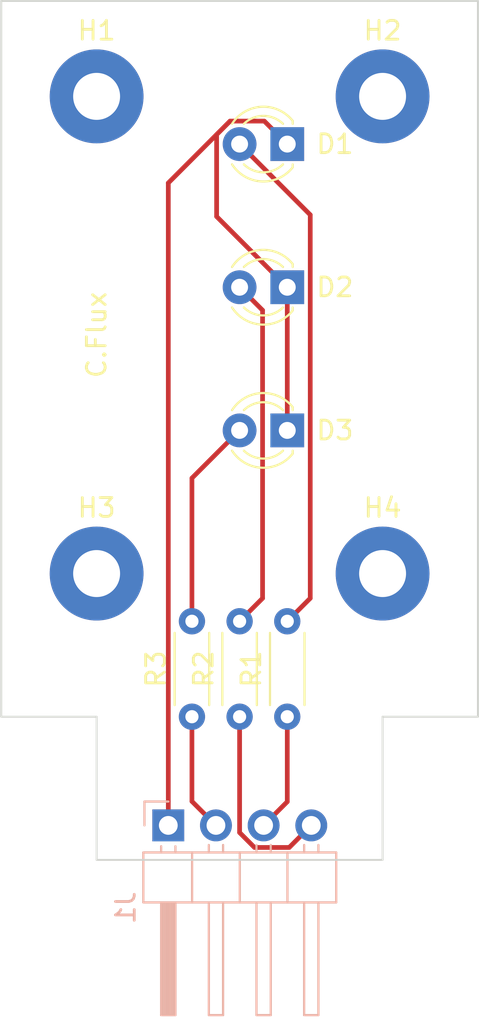
<source format=kicad_pcb>
(kicad_pcb (version 20211014) (generator pcbnew)
  (layers (0 "F.Cu" signal) (31 "B.Cu" signal) (34 "B.Paste" user) (35 "F.Paste" user) (36 "B.SilkS" user "B.Silkscreen") (37 "F.SilkS" user "F.Silkscreen") (38 "B.Mask" user) (39 "F.Mask" user) (44 "Edge.Cuts" user))
  (net 0 "")
  (net 1 "Net-(D1-Pad1)")
  (net 2 "Net-(D1-Pad2)")
  (net 3 "Net-(D2-Pad2)")
  (net 4 "Net-(D3-Pad2)")
  (net 5 "Net-(J1-Pad2)")
  (net 6 "Net-(J1-Pad3)")
  (net 7 "Net-(J1-Pad4)")
  (footprint "MountingHole:MountingHole_2.5mm_Pad" (layer "F.Cu") (at 127 71.12)
    (fp_text reference "H1" (at 0 -3.5) (layer "F.SilkS"))
    (fp_text value "MountingHole")
    (pad "1" thru_hole circle (at 0 0) (size 5 5) (drill 2.5) (layers *.Cu *.Mask))
  )
  (footprint "Resistor_THT:R_Axial_DIN0204_L3.6mm_D1.6mm_P5.08mm_Horizontal" (layer "F.Cu") (at 134.62 104.14 90)
    (fp_text reference "R2" (at 2.54 -1.92 90) (layer "F.SilkS"))
    (fp_text value "R")
    (fp_line (start 0.62 0.92) (end 4.46 0.92) (layer "F.SilkS") (width 0.12))
    (fp_line (start 0.62 -0.92) (end 4.46 -0.92) (layer "F.SilkS") (width 0.12))
    (pad "1" thru_hole circle (at 0 0 90) (size 1.4 1.4) (drill 0.7) (layers *.Cu *.Mask) (net 7 "Net-(J1-Pad4)"))
    (pad "2" thru_hole oval (at 5.08 0 90) (size 1.4 1.4) (drill 0.7) (layers *.Cu *.Mask) (net 3 "Net-(D2-Pad2)"))
  )
  (footprint "MountingHole:MountingHole_2.5mm_Pad" (layer "F.Cu") (at 142.24 96.52)
    (fp_text reference "H4" (at 0 -3.5) (layer "F.SilkS"))
    (fp_text value "MountingHole")
    (pad "1" thru_hole circle (at 0 0) (size 5 5) (drill 2.5) (layers *.Cu *.Mask))
  )
  (footprint "MountingHole:MountingHole_2.5mm_Pad" (layer "F.Cu") (at 127 96.52)
    (fp_text reference "H3" (at 0 -3.5) (layer "F.SilkS"))
    (fp_text value "MountingHole")
    (pad "1" thru_hole circle (at 0 0) (size 5 5) (drill 2.5) (layers *.Cu *.Mask))
  )
  (footprint "LED_THT:LED_D3.0mm" (layer "F.Cu") (at 137.16 81.28 180)
    (fp_text reference "D2" (at -2.54 0) (layer "F.SilkS"))
    (fp_text value "LED")
    (fp_line (start -0.29 -1.236) (end -0.29 -1.08) (layer "F.SilkS") (width 0.12))
    (fp_line (start -0.29 1.08) (end -0.29 1.236) (layer "F.SilkS") (width 0.12))
    (fp_arc (start 0.229039 -1.08) (mid 1.270117 -1.5) (end 2.31113 -1.079837) (layer "F.SilkS") (width 0.12))
    (fp_arc (start -0.29 -1.235516) (mid 1.366487 -1.987659) (end 2.942335 -1.078608) (layer "F.SilkS") (width 0.12))
    (fp_arc (start 2.942335 1.078608) (mid 1.366487 1.987659) (end -0.29 1.235516) (layer "F.SilkS") (width 0.12))
    (fp_arc (start 2.31113 1.079837) (mid 1.270117 1.5) (end 0.229039 1.08) (layer "F.SilkS") (width 0.12))
    (pad "1" thru_hole rect (at 0 0 180) (size 1.8 1.8) (drill 0.9) (layers *.Cu *.Mask) (net 1 "Net-(D1-Pad1)"))
    (pad "2" thru_hole circle (at 2.54 0 180) (size 1.8 1.8) (drill 0.9) (layers *.Cu *.Mask) (net 3 "Net-(D2-Pad2)"))
  )
  (footprint "Resistor_THT:R_Axial_DIN0204_L3.6mm_D1.6mm_P5.08mm_Horizontal" (layer "F.Cu") (at 132.08 104.14 90)
    (fp_text reference "R3" (at 2.54 -1.92 90) (layer "F.SilkS"))
    (fp_text value "R")
    (fp_line (start 0.62 0.92) (end 4.46 0.92) (layer "F.SilkS") (width 0.12))
    (fp_line (start 0.62 -0.92) (end 4.46 -0.92) (layer "F.SilkS") (width 0.12))
    (pad "1" thru_hole circle (at 0 0 90) (size 1.4 1.4) (drill 0.7) (layers *.Cu *.Mask) (net 5 "Net-(J1-Pad2)"))
    (pad "2" thru_hole oval (at 5.08 0 90) (size 1.4 1.4) (drill 0.7) (layers *.Cu *.Mask) (net 4 "Net-(D3-Pad2)"))
  )
  (footprint "LED_THT:LED_D3.0mm" (layer "F.Cu") (at 137.16 88.9 180)
    (fp_text reference "D3" (at -2.54 0) (layer "F.SilkS"))
    (fp_text value "LED")
    (fp_line (start -0.29 -1.236) (end -0.29 -1.08) (layer "F.SilkS") (width 0.12))
    (fp_line (start -0.29 1.08) (end -0.29 1.236) (layer "F.SilkS") (width 0.12))
    (fp_arc (start 2.31113 1.079837) (mid 1.270117 1.5) (end 0.229039 1.08) (layer "F.SilkS") (width 0.12))
    (fp_arc (start 2.942335 1.078608) (mid 1.366487 1.987659) (end -0.29 1.235516) (layer "F.SilkS") (width 0.12))
    (fp_arc (start -0.29 -1.235516) (mid 1.366487 -1.987659) (end 2.942335 -1.078608) (layer "F.SilkS") (width 0.12))
    (fp_arc (start 0.229039 -1.08) (mid 1.270117 -1.5) (end 2.31113 -1.079837) (layer "F.SilkS") (width 0.12))
    (pad "1" thru_hole rect (at 0 0 180) (size 1.8 1.8) (drill 0.9) (layers *.Cu *.Mask) (net 1 "Net-(D1-Pad1)"))
    (pad "2" thru_hole circle (at 2.54 0 180) (size 1.8 1.8) (drill 0.9) (layers *.Cu *.Mask) (net 4 "Net-(D3-Pad2)"))
  )
  (footprint "MountingHole:MountingHole_2.5mm_Pad" (layer "F.Cu") (at 142.24 71.12)
    (fp_text reference "H2" (at 0 -3.5) (layer "F.SilkS"))
    (fp_text value "MountingHole")
    (pad "1" thru_hole circle (at 0 0) (size 5 5) (drill 2.5) (layers *.Cu *.Mask))
  )
  (footprint "LED_THT:LED_D3.0mm" (layer "F.Cu") (at 137.16 73.66 180)
    (fp_text reference "D1" (at -2.54 0) (layer "F.SilkS"))
    (fp_text value "LED")
    (fp_line (start -0.29 1.08) (end -0.29 1.236) (layer "F.SilkS") (width 0.12))
    (fp_line (start -0.29 -1.236) (end -0.29 -1.08) (layer "F.SilkS") (width 0.12))
    (fp_arc (start 2.31113 1.079837) (mid 1.270117 1.5) (end 0.229039 1.08) (layer "F.SilkS") (width 0.12))
    (fp_arc (start 2.942335 1.078608) (mid 1.366487 1.987659) (end -0.29 1.235516) (layer "F.SilkS") (width 0.12))
    (fp_arc (start -0.29 -1.235516) (mid 1.366487 -1.987659) (end 2.942335 -1.078608) (layer "F.SilkS") (width 0.12))
    (fp_arc (start 0.229039 -1.08) (mid 1.270117 -1.5) (end 2.31113 -1.079837) (layer "F.SilkS") (width 0.12))
    (pad "1" thru_hole rect (at 0 0 180) (size 1.8 1.8) (drill 0.9) (layers *.Cu *.Mask) (net 1 "Net-(D1-Pad1)"))
    (pad "2" thru_hole circle (at 2.54 0 180) (size 1.8 1.8) (drill 0.9) (layers *.Cu *.Mask) (net 2 "Net-(D1-Pad2)"))
  )
  (footprint "Resistor_THT:R_Axial_DIN0204_L3.6mm_D1.6mm_P5.08mm_Horizontal" (layer "F.Cu") (at 137.16 104.14 90)
    (fp_text reference "R1" (at 2.54 -1.92 90) (layer "F.SilkS"))
    (fp_text value "R")
    (fp_line (start 0.62 0.92) (end 4.46 0.92) (layer "F.SilkS") (width 0.12))
    (fp_line (start 0.62 -0.92) (end 4.46 -0.92) (layer "F.SilkS") (width 0.12))
    (pad "1" thru_hole circle (at 0 0 90) (size 1.4 1.4) (drill 0.7) (layers *.Cu *.Mask) (net 6 "Net-(J1-Pad3)"))
    (pad "2" thru_hole oval (at 5.08 0 90) (size 1.4 1.4) (drill 0.7) (layers *.Cu *.Mask) (net 2 "Net-(D1-Pad2)"))
  )
  (footprint "Connector_PinHeader_2.54mm:PinHeader_1x04_P2.54mm_Horizontal" (layer "B.Cu") (at 130.82 109.925 -90)
    (fp_text reference "J1" (at 4.385 2.27 90) (layer "B.SilkS") (effects (justify mirror)))
    (fp_text value "Conn_01x04")
    (fp_line (start 4.1 0.08) (end 10.1 0.08) (layer "B.SilkS") (width 0.12))
    (fp_line (start 4.1 -8.95) (end 4.1 1.33) (layer "B.SilkS") (width 0.12))
    (fp_line (start 10.1 -8) (end 4.1 -8) (layer "B.SilkS") (width 0.12))
    (fp_line (start 1.44 -3.81) (end 4.1 -3.81) (layer "B.SilkS") (width 0.12))
    (fp_line (start 1.042929 -2.92) (end 1.44 -2.92) (layer "B.SilkS") (width 0.12))
    (fp_line (start 10.1 -4.7) (end 10.1 -5.46) (layer "B.SilkS") (width 0.12))
    (fp_line (start -1.27 0) (end -1.27 1.27) (layer "B.SilkS") (width 0.12))
    (fp_line (start 1.042929 -8) (end 1.44 -8) (layer "B.SilkS") (width 0.12))
    (fp_line (start 1.44 -1.27) (end 4.1 -1.27) (layer "B.SilkS") (width 0.12))
    (fp_line (start 4.1 -0.28) (end 10.1 -0.28) (layer "B.SilkS") (width 0.12))
    (fp_line (start 4.1 -7.24) (end 10.1 -7.24) (layer "B.SilkS") (width 0.12))
    (fp_line (start 10.1 -5.46) (end 4.1 -5.46) (layer "B.SilkS") (width 0.12))
    (fp_line (start 1.042929 -7.24) (end 1.44 -7.24) (layer "B.SilkS") (width 0.12))
    (fp_line (start 1.11 -0.38) (end 1.44 -0.38) (layer "B.SilkS") (width 0.12))
    (fp_line (start 1.042929 -5.46) (end 1.44 -5.46) (layer "B.SilkS") (width 0.12))
    (fp_line (start 1.44 -6.35) (end 4.1 -6.35) (layer "B.SilkS") (width 0.12))
    (fp_line (start 1.44 1.33) (end 1.44 -8.95) (layer "B.SilkS") (width 0.12))
    (fp_line (start 10.1 0.38) (end 10.1 -0.38) (layer "B.SilkS") (width 0.12))
    (fp_line (start 4.1 0.2) (end 10.1 0.2) (layer "B.SilkS") (width 0.12))
    (fp_line (start 10.1 -0.38) (end 4.1 -0.38) (layer "B.SilkS") (width 0.12))
    (fp_line (start 4.1 -2.16) (end 10.1 -2.16) (layer "B.SilkS") (width 0.12))
    (fp_line (start 10.1 -2.16) (end 10.1 -2.92) (layer "B.SilkS") (width 0.12))
    (fp_line (start 4.1 1.33) (end 1.44 1.33) (layer "B.SilkS") (width 0.12))
    (fp_line (start 10.1 -2.92) (end 4.1 -2.92) (layer "B.SilkS") (width 0.12))
    (fp_line (start 4.1 -0.16) (end 10.1 -0.16) (layer "B.SilkS") (width 0.12))
    (fp_line (start 1.11 0.38) (end 1.44 0.38) (layer "B.SilkS") (width 0.12))
    (fp_line (start 1.44 -8.95) (end 4.1 -8.95) (layer "B.SilkS") (width 0.12))
    (fp_line (start 4.1 0.32) (end 10.1 0.32) (layer "B.SilkS") (width 0.12))
    (fp_line (start 1.042929 -2.16) (end 1.44 -2.16) (layer "B.SilkS") (width 0.12))
    (fp_line (start 1.042929 -4.7) (end 1.44 -4.7) (layer "B.SilkS") (width 0.12))
    (fp_line (start 10.1 -7.24) (end 10.1 -8) (layer "B.SilkS") (width 0.12))
    (fp_line (start 4.1 -0.04) (end 10.1 -0.04) (layer "B.SilkS") (width 0.12))
    (fp_line (start 4.1 0.38) (end 10.1 0.38) (layer "B.SilkS") (width 0.12))
    (fp_line (start 4.1 -4.7) (end 10.1 -4.7) (layer "B.SilkS") (width 0.12))
    (fp_line (start -1.27 1.27) (end 0 1.27) (layer "B.SilkS") (width 0.12))
    (pad "1" thru_hole rect (at 0 0 270) (size 1.7 1.7) (drill 1) (layers *.Cu *.Mask) (net 1 "Net-(D1-Pad1)"))
    (pad "2" thru_hole oval (at 0 -2.54 270) (size 1.7 1.7) (drill 1) (layers *.Cu *.Mask) (net 5 "Net-(J1-Pad2)"))
    (pad "3" thru_hole oval (at 0 -5.08 270) (size 1.7 1.7) (drill 1) (layers *.Cu *.Mask) (net 6 "Net-(J1-Pad3)"))
    (pad "4" thru_hole oval (at 0 -7.62 270) (size 1.7 1.7) (drill 1) (layers *.Cu *.Mask) (net 7 "Net-(J1-Pad4)"))
  )
  (gr_line (start 147.32 66.04) (end 147.32 104.14) (layer "Edge.Cuts") (width 0.1))
  (gr_line (start 142.24 104.14) (end 142.24 111.76) (layer "Edge.Cuts") (width 0.1))
  (gr_line (start 121.92 66.04) (end 147.32 66.04) (layer "Edge.Cuts") (width 0.1))
  (gr_line (start 142.24 111.76) (end 127 111.76) (layer "Edge.Cuts") (width 0.1))
  (gr_line (start 127 104.14) (end 121.92 104.14) (layer "Edge.Cuts") (width 0.1))
  (gr_line (start 147.32 104.14) (end 142.24 104.14) (layer "Edge.Cuts") (width 0.1))
  (gr_line (start 127 111.76) (end 127 104.14) (layer "Edge.Cuts") (width 0.1))
  (gr_line (start 121.92 104.14) (end 121.92 66.04) (layer "Edge.Cuts") (width 0.1))
  (gr_text "C.Flux" (at 127 83.82 90) (layer "F.SilkS") (effects (font (size 1 1))))
  (segment (start 137.16 81.28) (end 137.16 88.9) (width 0.25) (layer "F.Cu") (net 1))
  (segment (start 135.935489 72.435489) (end 134.11279 72.435489) (width 0.25) (layer "F.Cu") (net 1))
  (segment (start 133.395489 77.515489) (end 137.16 81.28) (width 0.25) (layer "F.Cu") (net 1))
  (segment (start 130.82 109.925) (end 130.82 75.728279) (width 0.25) (layer "F.Cu") (net 1))
  (segment (start 137.16 73.66) (end 135.935489 72.435489) (width 0.25) (layer "F.Cu") (net 1))
  (segment (start 133.395489 73.15279) (end 133.395489 77.515489) (width 0.25) (layer "F.Cu") (net 1))
  (segment (start 134.11279 72.435489) (end 133.395489 73.15279) (width 0.25) (layer "F.Cu") (net 1))
  (segment (start 130.82 75.728279) (end 134.11279 72.435489) (width 0.25) (layer "F.Cu") (net 1))
  (segment (start 137.16 99.06) (end 138.384511 97.835489) (width 0.25) (layer "F.Cu") (net 2))
  (segment (start 138.384511 77.424511) (end 134.62 73.66) (width 0.25) (layer "F.Cu") (net 2))
  (segment (start 138.384511 97.835489) (end 138.384511 77.424511) (width 0.25) (layer "F.Cu") (net 2))
  (segment (start 134.62 99.06) (end 135.844511 97.835489) (width 0.25) (layer "F.Cu") (net 3))
  (segment (start 135.844511 97.835489) (end 135.844511 82.504511) (width 0.25) (layer "F.Cu") (net 3))
  (segment (start 135.844511 82.504511) (end 134.62 81.28) (width 0.25) (layer "F.Cu") (net 3))
  (segment (start 132.08 91.44) (end 134.62 88.9) (width 0.25) (layer "F.Cu") (net 4))
  (segment (start 132.08 99.06) (end 132.08 91.44) (width 0.25) (layer "F.Cu") (net 4))
  (segment (start 132.08 108.645) (end 132.08 104.14) (width 0.25) (layer "F.Cu") (net 5))
  (segment (start 133.36 109.925) (end 132.08 108.645) (width 0.25) (layer "F.Cu") (net 5))
  (segment (start 137.16 104.14) (end 137.16 108.665) (width 0.25) (layer "F.Cu") (net 6))
  (segment (start 137.16 108.665) (end 135.9 109.925) (width 0.25) (layer "F.Cu") (net 6))
  (segment (start 134.62 110.30601) (end 134.62 104.14) (width 0.25) (layer "F.Cu") (net 7))
  (segment (start 135.413501 111.099511) (end 134.62 110.30601) (width 0.25) (layer "F.Cu") (net 7))
  (segment (start 137.265489 111.099511) (end 135.413501 111.099511) (width 0.25) (layer "F.Cu") (net 7))
  (segment (start 138.44 109.925) (end 137.265489 111.099511) (width 0.25) (layer "F.Cu") (net 7))
)
</source>
